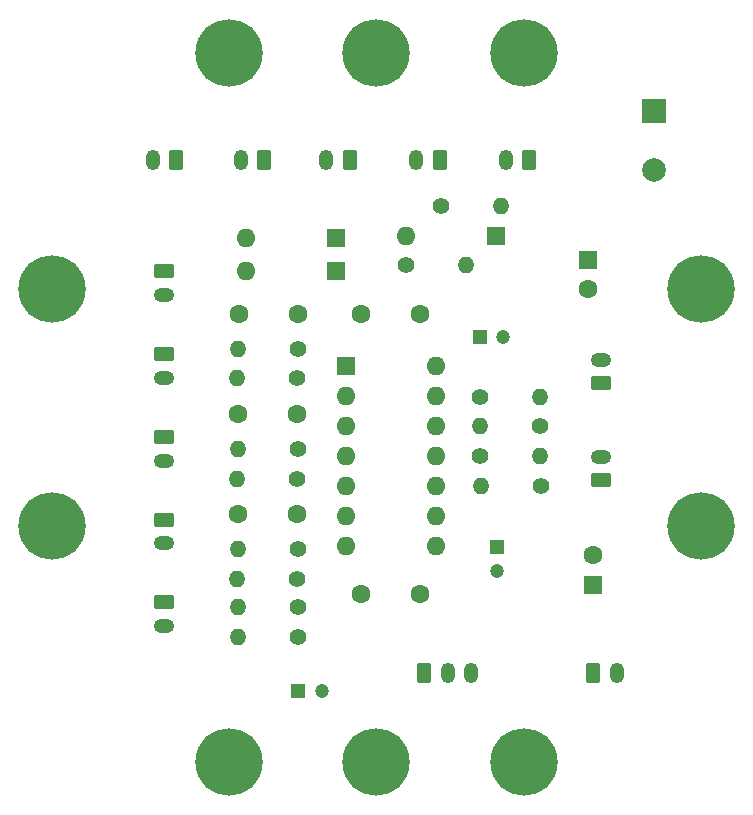
<source format=gbr>
%TF.GenerationSoftware,KiCad,Pcbnew,9.0.0*%
%TF.CreationDate,2025-03-04T12:56:54+00:00*%
%TF.ProjectId,cacophonator,6361636f-7068-46f6-9e61-746f722e6b69,1*%
%TF.SameCoordinates,Original*%
%TF.FileFunction,Soldermask,Bot*%
%TF.FilePolarity,Negative*%
%FSLAX46Y46*%
G04 Gerber Fmt 4.6, Leading zero omitted, Abs format (unit mm)*
G04 Created by KiCad (PCBNEW 9.0.0) date 2025-03-04 12:56:54*
%MOMM*%
%LPD*%
G01*
G04 APERTURE LIST*
G04 Aperture macros list*
%AMRoundRect*
0 Rectangle with rounded corners*
0 $1 Rounding radius*
0 $2 $3 $4 $5 $6 $7 $8 $9 X,Y pos of 4 corners*
0 Add a 4 corners polygon primitive as box body*
4,1,4,$2,$3,$4,$5,$6,$7,$8,$9,$2,$3,0*
0 Add four circle primitives for the rounded corners*
1,1,$1+$1,$2,$3*
1,1,$1+$1,$4,$5*
1,1,$1+$1,$6,$7*
1,1,$1+$1,$8,$9*
0 Add four rect primitives between the rounded corners*
20,1,$1+$1,$2,$3,$4,$5,0*
20,1,$1+$1,$4,$5,$6,$7,0*
20,1,$1+$1,$6,$7,$8,$9,0*
20,1,$1+$1,$8,$9,$2,$3,0*%
G04 Aperture macros list end*
%ADD10C,5.700000*%
%ADD11RoundRect,0.250000X0.350000X0.625000X-0.350000X0.625000X-0.350000X-0.625000X0.350000X-0.625000X0*%
%ADD12O,1.200000X1.750000*%
%ADD13R,1.200000X1.200000*%
%ADD14C,1.200000*%
%ADD15O,1.750000X1.200000*%
%ADD16RoundRect,0.250000X-0.625000X0.350000X-0.625000X-0.350000X0.625000X-0.350000X0.625000X0.350000X0*%
%ADD17RoundRect,0.250000X0.625000X-0.350000X0.625000X0.350000X-0.625000X0.350000X-0.625000X-0.350000X0*%
%ADD18R,2.000000X2.000000*%
%ADD19C,2.000000*%
%ADD20RoundRect,0.250000X-0.350000X-0.625000X0.350000X-0.625000X0.350000X0.625000X-0.350000X0.625000X0*%
%ADD21C,1.600000*%
%ADD22R,1.600000X1.600000*%
%ADD23O,1.600000X1.600000*%
%ADD24C,1.400000*%
%ADD25O,1.400000X1.400000*%
G04 APERTURE END LIST*
D10*
%TO.C,H10*%
X162500000Y-130000000D03*
%TD*%
%TO.C,H3*%
X122500000Y-110000000D03*
%TD*%
%TO.C,H2*%
X177500000Y-90000000D03*
%TD*%
%TO.C,H9*%
X150000000Y-130000000D03*
%TD*%
%TO.C,H4*%
X177500000Y-110000000D03*
%TD*%
%TO.C,H5*%
X137500000Y-70000000D03*
%TD*%
%TO.C,H8*%
X137500000Y-130000000D03*
%TD*%
%TO.C,H7*%
X162500000Y-70000000D03*
%TD*%
%TO.C,H6*%
X150000000Y-70000000D03*
%TD*%
%TO.C,H1*%
X122500000Y-90000000D03*
%TD*%
D11*
%TO.C,J1*%
X133050000Y-79000000D03*
D12*
X131050000Y-79000000D03*
%TD*%
D13*
%TO.C,C6*%
X143377401Y-124000000D03*
D14*
X145377401Y-124000000D03*
%TD*%
D15*
%TO.C,BT1*%
X132000000Y-90450000D03*
D16*
X132000000Y-88450000D03*
%TD*%
D14*
%TO.C,C8*%
X160250000Y-113800000D03*
D13*
X160250000Y-111800000D03*
%TD*%
D15*
%TO.C,RV5*%
X169000000Y-104150000D03*
D17*
X169000000Y-106150000D03*
%TD*%
D18*
%TO.C,C7*%
X173500000Y-74882323D03*
D19*
X173500000Y-79882323D03*
%TD*%
D20*
%TO.C,J2*%
X168350000Y-122500000D03*
D12*
X170350000Y-122500000D03*
%TD*%
D11*
%TO.C,SW2*%
X140500000Y-79000000D03*
D12*
X138500000Y-79000000D03*
%TD*%
D11*
%TO.C,SW1*%
X147750000Y-79000000D03*
D12*
X145750000Y-79000000D03*
%TD*%
D20*
%TO.C,RV8*%
X154050000Y-122500000D03*
D12*
X156050000Y-122500000D03*
X158050000Y-122500000D03*
%TD*%
D11*
%TO.C,RV7*%
X162950000Y-79000000D03*
D12*
X160950000Y-79000000D03*
%TD*%
D17*
%TO.C,RV6*%
X169000000Y-97950000D03*
D15*
X169000000Y-95950000D03*
%TD*%
%TO.C,RV4*%
X132000000Y-118500000D03*
D16*
X132000000Y-116500000D03*
%TD*%
%TO.C,RV3*%
X132000000Y-109500000D03*
D15*
X132000000Y-111500000D03*
%TD*%
D16*
%TO.C,RV2*%
X132000000Y-102500000D03*
D15*
X132000000Y-104500000D03*
%TD*%
D16*
%TO.C,RV1*%
X132000000Y-95500000D03*
D15*
X132000000Y-97500000D03*
%TD*%
D11*
%TO.C,D2*%
X155350000Y-79000000D03*
D12*
X153350000Y-79000000D03*
%TD*%
D21*
%TO.C,C3*%
X143300000Y-109035000D03*
X138300000Y-109035000D03*
%TD*%
D22*
%TO.C,U1*%
X147412323Y-96485000D03*
D23*
X147412323Y-99025000D03*
X147412323Y-101565000D03*
X147412323Y-104105000D03*
X147412323Y-106645000D03*
X147412323Y-109185000D03*
X147412323Y-111725000D03*
X155032323Y-111725000D03*
X155032323Y-109185000D03*
X155032323Y-106645000D03*
X155032323Y-104105000D03*
X155032323Y-101565000D03*
X155032323Y-99025000D03*
X155032323Y-96485000D03*
%TD*%
D22*
%TO.C,C11*%
X167950000Y-87500000D03*
D21*
X167950000Y-90000000D03*
%TD*%
D13*
%TO.C,C10*%
X158750000Y-94000000D03*
D14*
X160750000Y-94000000D03*
%TD*%
D24*
%TO.C,R1*%
X143332323Y-95035000D03*
D25*
X138252323Y-95035000D03*
%TD*%
D24*
%TO.C,R11*%
X158740000Y-104100000D03*
D25*
X163820000Y-104100000D03*
%TD*%
D24*
%TO.C,R4*%
X143332323Y-116900000D03*
D25*
X138252323Y-116900000D03*
%TD*%
D21*
%TO.C,C1*%
X143332323Y-92035000D03*
X138332323Y-92035000D03*
%TD*%
%TO.C,C5*%
X153732323Y-92060000D03*
X148732323Y-92060000D03*
%TD*%
D24*
%TO.C,R6*%
X143300000Y-106035000D03*
D25*
X138220000Y-106035000D03*
%TD*%
D22*
%TO.C,D4*%
X146543800Y-88469800D03*
D23*
X138923800Y-88469800D03*
%TD*%
D22*
%TO.C,D3*%
X146540000Y-85640000D03*
D23*
X138920000Y-85640000D03*
%TD*%
D21*
%TO.C,C4*%
X148700000Y-115800000D03*
X153700000Y-115800000D03*
%TD*%
D24*
%TO.C,R14*%
X163820000Y-101600000D03*
D25*
X158740000Y-101600000D03*
%TD*%
%TO.C,R3*%
X138320000Y-112000000D03*
D24*
X143400000Y-112000000D03*
%TD*%
D21*
%TO.C,C9*%
X168300000Y-112500000D03*
D22*
X168300000Y-115000000D03*
%TD*%
D24*
%TO.C,R7*%
X143300000Y-114535000D03*
D25*
X138220000Y-114535000D03*
%TD*%
D24*
%TO.C,R12*%
X163900000Y-106600000D03*
D25*
X158820000Y-106600000D03*
%TD*%
D24*
%TO.C,R10*%
X155460000Y-82900000D03*
D25*
X160540000Y-82900000D03*
%TD*%
D21*
%TO.C,C2*%
X143300000Y-100500000D03*
X138300000Y-100500000D03*
%TD*%
D24*
%TO.C,R13*%
X158740000Y-99100000D03*
D25*
X163820000Y-99100000D03*
%TD*%
D24*
%TO.C,R8*%
X143332323Y-119400000D03*
D25*
X138252323Y-119400000D03*
%TD*%
D24*
%TO.C,R15*%
X152470000Y-87950000D03*
D25*
X157550000Y-87950000D03*
%TD*%
D24*
%TO.C,R5*%
X143280000Y-97535000D03*
D25*
X138200000Y-97535000D03*
%TD*%
D24*
%TO.C,R2*%
X143332323Y-103535000D03*
D25*
X138252323Y-103535000D03*
%TD*%
D23*
%TO.C,D1*%
X152500000Y-85500000D03*
D22*
X160120000Y-85500000D03*
%TD*%
M02*

</source>
